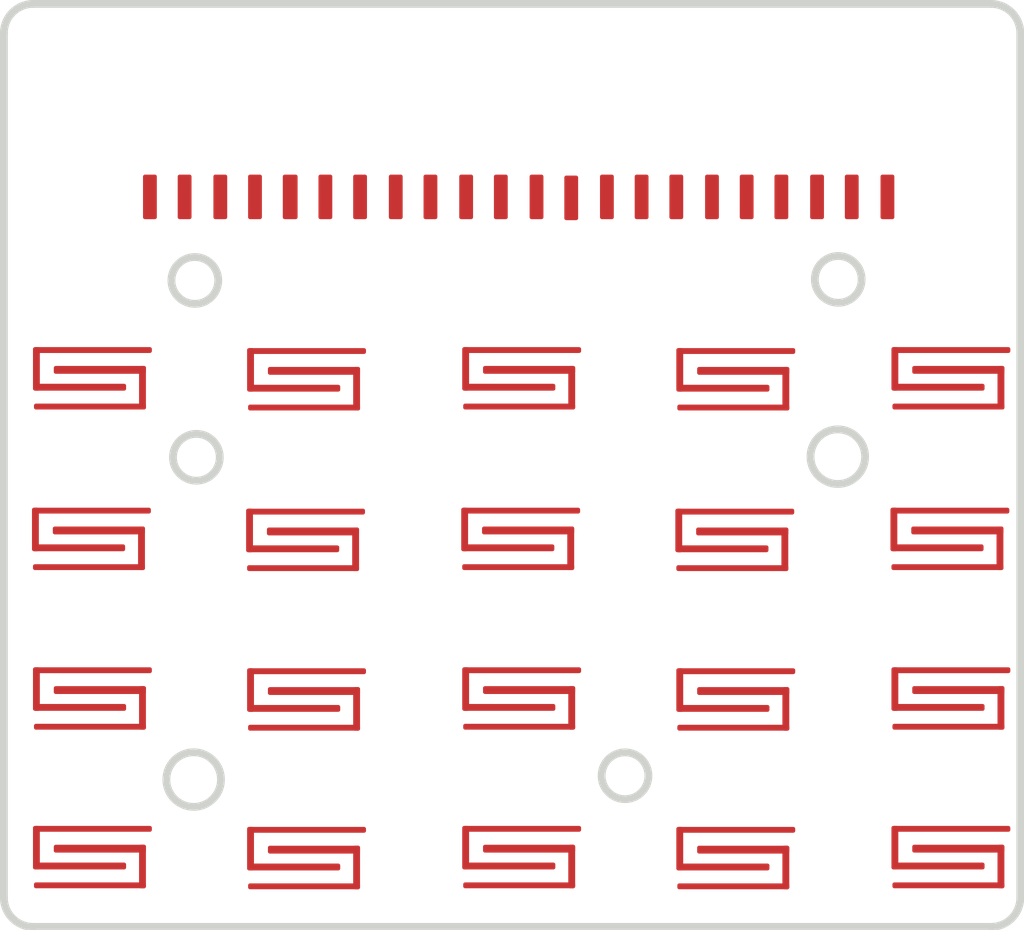
<source format=kicad_pcb>
(kicad_pcb (version 20171130) (host pcbnew "(5.1.10)-1")

  (general
    (thickness 1.6)
    (drawings 198)
    (tracks 0)
    (zones 0)
    (modules 0)
    (nets 1)
  )

  (page A4)
  (layers
    (0 F.Cu signal)
    (31 B.Cu signal)
    (32 B.Adhes user)
    (33 F.Adhes user)
    (34 B.Paste user)
    (35 F.Paste user)
    (36 B.SilkS user)
    (37 F.SilkS user)
    (38 B.Mask user)
    (39 F.Mask user)
    (40 Dwgs.User user)
    (41 Cmts.User user)
    (42 Eco1.User user)
    (43 Eco2.User user)
    (44 Edge.Cuts user)
    (45 Margin user)
    (46 B.CrtYd user)
    (47 F.CrtYd user)
    (48 B.Fab user)
    (49 F.Fab user)
  )

  (setup
    (last_trace_width 0.25)
    (trace_clearance 0.2)
    (zone_clearance 0.508)
    (zone_45_only no)
    (trace_min 0.2)
    (via_size 0.8)
    (via_drill 0.4)
    (via_min_size 0.4)
    (via_min_drill 0.3)
    (uvia_size 0.3)
    (uvia_drill 0.1)
    (uvias_allowed no)
    (uvia_min_size 0.2)
    (uvia_min_drill 0.1)
    (edge_width 0.05)
    (segment_width 0.2)
    (pcb_text_width 0.3)
    (pcb_text_size 1.5 1.5)
    (mod_edge_width 0.12)
    (mod_text_size 1 1)
    (mod_text_width 0.15)
    (pad_size 1.524 1.524)
    (pad_drill 0.762)
    (pad_to_mask_clearance 0)
    (aux_axis_origin 0 0)
    (visible_elements FFFFFF7F)
    (pcbplotparams
      (layerselection 0x010fc_ffffffff)
      (usegerberextensions false)
      (usegerberattributes true)
      (usegerberadvancedattributes true)
      (creategerberjobfile true)
      (excludeedgelayer true)
      (linewidth 0.100000)
      (plotframeref false)
      (viasonmask false)
      (mode 1)
      (useauxorigin false)
      (hpglpennumber 1)
      (hpglpenspeed 20)
      (hpglpendiameter 15.000000)
      (psnegative false)
      (psa4output false)
      (plotreference true)
      (plotvalue true)
      (plotinvisibletext false)
      (padsonsilk false)
      (subtractmaskfromsilk false)
      (outputformat 1)
      (mirror false)
      (drillshape 1)
      (scaleselection 1)
      (outputdirectory ""))
  )

  (net 0 "")

  (net_class Default "This is the default net class."
    (clearance 0.2)
    (trace_width 0.25)
    (via_dia 0.8)
    (via_drill 0.4)
    (uvia_dia 0.3)
    (uvia_drill 0.1)
  )

  (gr_poly (pts (xy 94.8944 111.2012) (xy 92.6338 111.2012) (xy 92.6338 111.125) (xy 94.8944 111.125)) (layer F.Cu) (width 0.1) (tstamp 60F38BE0))
  (gr_poly (pts (xy 81.6864 111.2012) (xy 81.6102 111.2012) (xy 81.6102 110.1852) (xy 81.6864 110.1852)) (layer F.Cu) (width 0.1) (tstamp 60F38BDF))
  (gr_poly (pts (xy 79.121 111.7346) (xy 76.073 111.7346) (xy 76.073 110.109) (xy 79.121 110.109)) (layer F.Mask) (width 0.1) (tstamp 60F38BDE))
  (gr_poly (pts (xy 79.0702 110.2106) (xy 76.1492 110.2106) (xy 76.1492 110.1598) (xy 79.0702 110.1598)) (layer F.Cu) (width 0.1) (tstamp 60F38BDD))
  (gr_poly (pts (xy 90.1192 111.7346) (xy 87.0712 111.7346) (xy 87.0712 110.109) (xy 90.1192 110.109)) (layer F.Mask) (width 0.1) (tstamp 60F38BDC))
  (gr_poly (pts (xy 84.4042 110.7694) (xy 82.1436 110.7694) (xy 82.1436 110.6678) (xy 84.4042 110.6678)) (layer F.Cu) (width 0.1) (tstamp 60F38BDB))
  (gr_poly (pts (xy 100.9142 110.744) (xy 98.6536 110.744) (xy 98.6536 110.6424) (xy 100.9142 110.6424)) (layer F.Cu) (width 0.1) (tstamp 60F38BDA))
  (gr_poly (pts (xy 78.9178 110.744) (xy 76.6572 110.744) (xy 76.6572 110.6424) (xy 78.9178 110.6424)) (layer F.Cu) (width 0.1) (tstamp 60F38BD9))
  (gr_poly (pts (xy 84.4042 111.6838) (xy 84.328 111.6838) (xy 84.328 110.6678) (xy 84.4042 110.6678)) (layer F.Cu) (width 0.1) (tstamp 60F38BD8))
  (gr_poly (pts (xy 89.916 110.744) (xy 87.6554 110.744) (xy 87.6554 110.6424) (xy 89.916 110.6424)) (layer F.Cu) (width 0.1) (tstamp 60F38BD7))
  (gr_poly (pts (xy 84.6074 111.7346) (xy 81.5594 111.7346) (xy 81.5594 110.109) (xy 84.6074 110.109)) (layer F.Mask) (width 0.1) (tstamp 60F38BD6))
  (gr_poly (pts (xy 78.4098 111.1758) (xy 76.1492 111.1758) (xy 76.1492 111.0996) (xy 78.4098 111.0996)) (layer F.Cu) (width 0.1) (tstamp 60F38BD5))
  (gr_poly (pts (xy 100.9142 111.6584) (xy 98.1456 111.6584) (xy 98.1456 111.6076) (xy 100.9142 111.6076)) (layer F.Cu) (width 0.1) (tstamp 60F38BD4))
  (gr_poly (pts (xy 90.0684 110.2106) (xy 87.1474 110.2106) (xy 87.1474 110.1598) (xy 90.0684 110.1598)) (layer F.Cu) (width 0.1) (tstamp 60F38BD3))
  (gr_poly (pts (xy 95.4024 111.6838) (xy 92.6338 111.6838) (xy 92.6338 111.633) (xy 95.4024 111.633)) (layer F.Cu) (width 0.1) (tstamp 60F38BD2))
  (gr_poly (pts (xy 87.1982 111.1758) (xy 87.122 111.1758) (xy 87.122 110.1598) (xy 87.1982 110.1598)) (layer F.Cu) (width 0.1) (tstamp 60F38BD1))
  (gr_poly (pts (xy 101.0666 110.2106) (xy 98.1456 110.2106) (xy 98.1456 110.1598) (xy 101.0666 110.1598)) (layer F.Cu) (width 0.1) (tstamp 60F38BD0))
  (gr_poly (pts (xy 78.9178 111.6584) (xy 76.1492 111.6584) (xy 76.1492 111.6076) (xy 78.9178 111.6076)) (layer F.Cu) (width 0.1) (tstamp 60F38BCF))
  (gr_poly (pts (xy 84.5566 110.236) (xy 81.6356 110.236) (xy 81.6356 110.1852) (xy 84.5566 110.1852)) (layer F.Cu) (width 0.1) (tstamp 60F38BCE))
  (gr_poly (pts (xy 83.8962 111.2012) (xy 81.6356 111.2012) (xy 81.6356 111.125) (xy 83.8962 111.125)) (layer F.Cu) (width 0.1) (tstamp 60F38BCD))
  (gr_poly (pts (xy 89.916 111.6584) (xy 87.1474 111.6584) (xy 87.1474 111.6076) (xy 89.916 111.6076)) (layer F.Cu) (width 0.1) (tstamp 60F38BCC))
  (gr_poly (pts (xy 76.2 111.1758) (xy 76.1238 111.1758) (xy 76.1238 110.1598) (xy 76.2 110.1598)) (layer F.Cu) (width 0.1) (tstamp 60F38BCB))
  (gr_poly (pts (xy 95.5548 110.236) (xy 92.6338 110.236) (xy 92.6338 110.1852) (xy 95.5548 110.1852)) (layer F.Cu) (width 0.1) (tstamp 60F38BCA))
  (gr_poly (pts (xy 92.6846 111.2012) (xy 92.6084 111.2012) (xy 92.6084 110.1852) (xy 92.6846 110.1852)) (layer F.Cu) (width 0.1) (tstamp 60F38BC9))
  (gr_poly (pts (xy 89.916 111.6584) (xy 89.8398 111.6584) (xy 89.8398 110.6424) (xy 89.916 110.6424)) (layer F.Cu) (width 0.1) (tstamp 60F38BC8))
  (gr_poly (pts (xy 101.1174 111.7346) (xy 98.0694 111.7346) (xy 98.0694 110.109) (xy 101.1174 110.109)) (layer F.Mask) (width 0.1) (tstamp 60F38BC7))
  (gr_poly (pts (xy 95.4024 110.7694) (xy 93.1418 110.7694) (xy 93.1418 110.6678) (xy 95.4024 110.6678)) (layer F.Cu) (width 0.1) (tstamp 60F38BC6))
  (gr_poly (pts (xy 78.9178 111.6584) (xy 78.8416 111.6584) (xy 78.8416 110.6424) (xy 78.9178 110.6424)) (layer F.Cu) (width 0.1) (tstamp 60F38BC5))
  (gr_poly (pts (xy 84.4042 111.6838) (xy 81.6356 111.6838) (xy 81.6356 111.633) (xy 84.4042 111.633)) (layer F.Cu) (width 0.1) (tstamp 60F38BC4))
  (gr_poly (pts (xy 89.408 111.1758) (xy 87.1474 111.1758) (xy 87.1474 111.0996) (xy 89.408 111.0996)) (layer F.Cu) (width 0.1) (tstamp 60F38BC3))
  (gr_poly (pts (xy 98.1964 111.1758) (xy 98.1202 111.1758) (xy 98.1202 110.1598) (xy 98.1964 110.1598)) (layer F.Cu) (width 0.1) (tstamp 60F38BC2))
  (gr_poly (pts (xy 100.4062 111.1758) (xy 98.1456 111.1758) (xy 98.1456 111.0996) (xy 100.4062 111.0996)) (layer F.Cu) (width 0.1) (tstamp 60F38BC1))
  (gr_poly (pts (xy 100.9142 111.6584) (xy 100.838 111.6584) (xy 100.838 110.6424) (xy 100.9142 110.6424)) (layer F.Cu) (width 0.1) (tstamp 60F38BC0))
  (gr_poly (pts (xy 95.6056 111.7346) (xy 92.5576 111.7346) (xy 92.5576 110.109) (xy 95.6056 110.109)) (layer F.Mask) (width 0.1) (tstamp 60F38BBF))
  (gr_poly (pts (xy 95.4024 111.6838) (xy 95.3262 111.6838) (xy 95.3262 110.6678) (xy 95.4024 110.6678)) (layer F.Cu) (width 0.1) (tstamp 60F38BBE))
  (gr_poly (pts (xy 94.8944 107.1372) (xy 92.6338 107.1372) (xy 92.6338 107.061) (xy 94.8944 107.061)) (layer F.Cu) (width 0.1) (tstamp 60F38B9A))
  (gr_poly (pts (xy 89.916 107.5944) (xy 87.1474 107.5944) (xy 87.1474 107.5436) (xy 89.916 107.5436)) (layer F.Cu) (width 0.1) (tstamp 60F38B99))
  (gr_poly (pts (xy 95.5548 106.172) (xy 92.6338 106.172) (xy 92.6338 106.1212) (xy 95.5548 106.1212)) (layer F.Cu) (width 0.1) (tstamp 60F38B98))
  (gr_poly (pts (xy 98.1964 107.1118) (xy 98.1202 107.1118) (xy 98.1202 106.0958) (xy 98.1964 106.0958)) (layer F.Cu) (width 0.1) (tstamp 60F38B97))
  (gr_poly (pts (xy 100.9142 107.5944) (xy 100.838 107.5944) (xy 100.838 106.5784) (xy 100.9142 106.5784)) (layer F.Cu) (width 0.1) (tstamp 60F38B96))
  (gr_poly (pts (xy 100.9142 107.5944) (xy 98.1456 107.5944) (xy 98.1456 107.5436) (xy 100.9142 107.5436)) (layer F.Cu) (width 0.1) (tstamp 60F38B95))
  (gr_poly (pts (xy 95.4024 107.6198) (xy 92.6338 107.6198) (xy 92.6338 107.569) (xy 95.4024 107.569)) (layer F.Cu) (width 0.1) (tstamp 60F38B94))
  (gr_poly (pts (xy 100.9142 106.68) (xy 98.6536 106.68) (xy 98.6536 106.5784) (xy 100.9142 106.5784)) (layer F.Cu) (width 0.1) (tstamp 60F38B93))
  (gr_poly (pts (xy 92.6846 107.1372) (xy 92.6084 107.1372) (xy 92.6084 106.1212) (xy 92.6846 106.1212)) (layer F.Cu) (width 0.1) (tstamp 60F38B92))
  (gr_poly (pts (xy 89.916 107.5944) (xy 89.8398 107.5944) (xy 89.8398 106.5784) (xy 89.916 106.5784)) (layer F.Cu) (width 0.1) (tstamp 60F38B91))
  (gr_poly (pts (xy 89.916 106.68) (xy 87.6554 106.68) (xy 87.6554 106.5784) (xy 89.916 106.5784)) (layer F.Cu) (width 0.1) (tstamp 60F38B90))
  (gr_poly (pts (xy 89.408 107.1118) (xy 87.1474 107.1118) (xy 87.1474 107.0356) (xy 89.408 107.0356)) (layer F.Cu) (width 0.1) (tstamp 60F38B8F))
  (gr_poly (pts (xy 87.1982 107.1118) (xy 87.122 107.1118) (xy 87.122 106.0958) (xy 87.1982 106.0958)) (layer F.Cu) (width 0.1) (tstamp 60F38B8E))
  (gr_poly (pts (xy 95.4024 106.7054) (xy 93.1418 106.7054) (xy 93.1418 106.6038) (xy 95.4024 106.6038)) (layer F.Cu) (width 0.1) (tstamp 60F38B8D))
  (gr_poly (pts (xy 101.0666 106.1466) (xy 98.1456 106.1466) (xy 98.1456 106.0958) (xy 101.0666 106.0958)) (layer F.Cu) (width 0.1) (tstamp 60F38B8C))
  (gr_poly (pts (xy 90.0684 106.1466) (xy 87.1474 106.1466) (xy 87.1474 106.0958) (xy 90.0684 106.0958)) (layer F.Cu) (width 0.1) (tstamp 60F38B8B))
  (gr_poly (pts (xy 100.4062 107.1118) (xy 98.1456 107.1118) (xy 98.1456 107.0356) (xy 100.4062 107.0356)) (layer F.Cu) (width 0.1) (tstamp 60F38B8A))
  (gr_poly (pts (xy 95.4024 107.6198) (xy 95.3262 107.6198) (xy 95.3262 106.6038) (xy 95.4024 106.6038)) (layer F.Cu) (width 0.1) (tstamp 60F38B89))
  (gr_poly (pts (xy 95.6056 107.6706) (xy 92.5576 107.6706) (xy 92.5576 106.045) (xy 95.6056 106.045)) (layer F.Mask) (width 0.1) (tstamp 60F38B88))
  (gr_poly (pts (xy 90.1192 107.6706) (xy 87.0712 107.6706) (xy 87.0712 106.045) (xy 90.1192 106.045)) (layer F.Mask) (width 0.1) (tstamp 60F38B87))
  (gr_poly (pts (xy 101.1174 107.6706) (xy 98.0694 107.6706) (xy 98.0694 106.045) (xy 101.1174 106.045)) (layer F.Mask) (width 0.1) (tstamp 60F38B86))
  (gr_poly (pts (xy 84.6074 107.6706) (xy 81.5594 107.6706) (xy 81.5594 106.045) (xy 84.6074 106.045)) (layer F.Mask) (width 0.1) (tstamp 60F38B85))
  (gr_poly (pts (xy 79.121 107.6706) (xy 76.073 107.6706) (xy 76.073 106.045) (xy 79.121 106.045)) (layer F.Mask) (width 0.1) (tstamp 60F38B84))
  (gr_poly (pts (xy 78.9178 107.5944) (xy 76.1492 107.5944) (xy 76.1492 107.5436) (xy 78.9178 107.5436)) (layer F.Cu) (width 0.1) (tstamp 60F38B83))
  (gr_poly (pts (xy 78.9178 107.5944) (xy 78.8416 107.5944) (xy 78.8416 106.5784) (xy 78.9178 106.5784)) (layer F.Cu) (width 0.1) (tstamp 60F38B82))
  (gr_poly (pts (xy 78.9178 106.68) (xy 76.6572 106.68) (xy 76.6572 106.5784) (xy 78.9178 106.5784)) (layer F.Cu) (width 0.1) (tstamp 60F38B81))
  (gr_poly (pts (xy 79.0702 106.1466) (xy 76.1492 106.1466) (xy 76.1492 106.0958) (xy 79.0702 106.0958)) (layer F.Cu) (width 0.1) (tstamp 60F38B80))
  (gr_poly (pts (xy 78.4098 107.1118) (xy 76.1492 107.1118) (xy 76.1492 107.0356) (xy 78.4098 107.0356)) (layer F.Cu) (width 0.1) (tstamp 60F38B7F))
  (gr_poly (pts (xy 76.2 107.1118) (xy 76.1238 107.1118) (xy 76.1238 106.0958) (xy 76.2 106.0958)) (layer F.Cu) (width 0.1) (tstamp 60F38B7E))
  (gr_poly (pts (xy 81.6864 107.1372) (xy 81.6102 107.1372) (xy 81.6102 106.1212) (xy 81.6864 106.1212)) (layer F.Cu) (width 0.1) (tstamp 60F38B7D))
  (gr_poly (pts (xy 84.5566 106.172) (xy 81.6356 106.172) (xy 81.6356 106.1212) (xy 84.5566 106.1212)) (layer F.Cu) (width 0.1) (tstamp 60F38B7C))
  (gr_poly (pts (xy 83.8962 107.1372) (xy 81.6356 107.1372) (xy 81.6356 107.061) (xy 83.8962 107.061)) (layer F.Cu) (width 0.1) (tstamp 60F38B7B))
  (gr_poly (pts (xy 84.4042 107.6198) (xy 84.328 107.6198) (xy 84.328 106.6038) (xy 84.4042 106.6038)) (layer F.Cu) (width 0.1) (tstamp 60F38B7A))
  (gr_poly (pts (xy 84.4042 107.6198) (xy 81.6356 107.6198) (xy 81.6356 107.569) (xy 84.4042 107.569)) (layer F.Cu) (width 0.1) (tstamp 60F38B79))
  (gr_poly (pts (xy 84.4042 106.7054) (xy 82.1436 106.7054) (xy 82.1436 106.6038) (xy 84.4042 106.6038)) (layer F.Cu) (width 0.1) (tstamp 60F38B78))
  (gr_poly (pts (xy 78.8924 103.505) (xy 76.1238 103.505) (xy 76.1238 103.4542) (xy 78.8924 103.4542)) (layer F.Cu) (width 0.1) (tstamp 60F38B23))
  (gr_poly (pts (xy 94.869 103.0478) (xy 92.6084 103.0478) (xy 92.6084 102.9716) (xy 94.869 102.9716)) (layer F.Cu) (width 0.1) (tstamp 60F38B3A))
  (gr_poly (pts (xy 89.8906 103.505) (xy 87.122 103.505) (xy 87.122 103.4542) (xy 89.8906 103.4542)) (layer F.Cu) (width 0.1) (tstamp 60F38B39))
  (gr_poly (pts (xy 95.5294 102.0826) (xy 92.6084 102.0826) (xy 92.6084 102.0318) (xy 95.5294 102.0318)) (layer F.Cu) (width 0.1) (tstamp 60F38B38))
  (gr_poly (pts (xy 98.171 103.0224) (xy 98.0948 103.0224) (xy 98.0948 102.0064) (xy 98.171 102.0064)) (layer F.Cu) (width 0.1) (tstamp 60F38B37))
  (gr_poly (pts (xy 100.8888 103.505) (xy 100.8126 103.505) (xy 100.8126 102.489) (xy 100.8888 102.489)) (layer F.Cu) (width 0.1) (tstamp 60F38B36))
  (gr_poly (pts (xy 100.8888 103.505) (xy 98.1202 103.505) (xy 98.1202 103.4542) (xy 100.8888 103.4542)) (layer F.Cu) (width 0.1) (tstamp 60F38B35))
  (gr_poly (pts (xy 95.377 103.5304) (xy 92.6084 103.5304) (xy 92.6084 103.4796) (xy 95.377 103.4796)) (layer F.Cu) (width 0.1) (tstamp 60F38B34))
  (gr_poly (pts (xy 100.8888 102.5906) (xy 98.6282 102.5906) (xy 98.6282 102.489) (xy 100.8888 102.489)) (layer F.Cu) (width 0.1) (tstamp 60F38B33))
  (gr_poly (pts (xy 92.6592 103.0478) (xy 92.583 103.0478) (xy 92.583 102.0318) (xy 92.6592 102.0318)) (layer F.Cu) (width 0.1) (tstamp 60F38B32))
  (gr_poly (pts (xy 89.8906 103.505) (xy 89.8144 103.505) (xy 89.8144 102.489) (xy 89.8906 102.489)) (layer F.Cu) (width 0.1) (tstamp 60F38B31))
  (gr_poly (pts (xy 89.8906 102.5906) (xy 87.63 102.5906) (xy 87.63 102.489) (xy 89.8906 102.489)) (layer F.Cu) (width 0.1) (tstamp 60F38B30))
  (gr_poly (pts (xy 89.3826 103.0224) (xy 87.122 103.0224) (xy 87.122 102.9462) (xy 89.3826 102.9462)) (layer F.Cu) (width 0.1) (tstamp 60F38B2F))
  (gr_poly (pts (xy 87.1728 103.0224) (xy 87.0966 103.0224) (xy 87.0966 102.0064) (xy 87.1728 102.0064)) (layer F.Cu) (width 0.1) (tstamp 60F38B2E))
  (gr_poly (pts (xy 95.377 102.616) (xy 93.1164 102.616) (xy 93.1164 102.5144) (xy 95.377 102.5144)) (layer F.Cu) (width 0.1) (tstamp 60F38B2D))
  (gr_poly (pts (xy 101.0412 102.0572) (xy 98.1202 102.0572) (xy 98.1202 102.0064) (xy 101.0412 102.0064)) (layer F.Cu) (width 0.1) (tstamp 60F38B2C))
  (gr_poly (pts (xy 90.043 102.0572) (xy 87.122 102.0572) (xy 87.122 102.0064) (xy 90.043 102.0064)) (layer F.Cu) (width 0.1) (tstamp 60F38B2B))
  (gr_poly (pts (xy 100.3808 103.0224) (xy 98.1202 103.0224) (xy 98.1202 102.9462) (xy 100.3808 102.9462)) (layer F.Cu) (width 0.1) (tstamp 60F38B2A))
  (gr_poly (pts (xy 95.377 103.5304) (xy 95.3008 103.5304) (xy 95.3008 102.5144) (xy 95.377 102.5144)) (layer F.Cu) (width 0.1) (tstamp 60F38B29))
  (gr_poly (pts (xy 95.5802 103.5812) (xy 92.5322 103.5812) (xy 92.5322 101.9556) (xy 95.5802 101.9556)) (layer F.Mask) (width 0.1) (tstamp 60F38B28))
  (gr_poly (pts (xy 90.0938 103.5812) (xy 87.0458 103.5812) (xy 87.0458 101.9556) (xy 90.0938 101.9556)) (layer F.Mask) (width 0.1) (tstamp 60F38B27))
  (gr_poly (pts (xy 101.092 103.5812) (xy 98.044 103.5812) (xy 98.044 101.9556) (xy 101.092 101.9556)) (layer F.Mask) (width 0.1) (tstamp 60F38B26))
  (gr_poly (pts (xy 84.582 103.5812) (xy 81.534 103.5812) (xy 81.534 101.9556) (xy 84.582 101.9556)) (layer F.Mask) (width 0.1) (tstamp 60F38B25))
  (gr_poly (pts (xy 79.0956 103.5812) (xy 76.0476 103.5812) (xy 76.0476 101.9556) (xy 79.0956 101.9556)) (layer F.Mask) (width 0.1) (tstamp 60F38B24))
  (gr_poly (pts (xy 78.8924 103.505) (xy 78.8162 103.505) (xy 78.8162 102.489) (xy 78.8924 102.489)) (layer F.Cu) (width 0.1) (tstamp 60F38B22))
  (gr_poly (pts (xy 78.8924 102.5906) (xy 76.6318 102.5906) (xy 76.6318 102.489) (xy 78.8924 102.489)) (layer F.Cu) (width 0.1) (tstamp 60F38B21))
  (gr_poly (pts (xy 79.0448 102.0572) (xy 76.1238 102.0572) (xy 76.1238 102.0064) (xy 79.0448 102.0064)) (layer F.Cu) (width 0.1) (tstamp 60F38B20))
  (gr_poly (pts (xy 78.3844 103.0224) (xy 76.1238 103.0224) (xy 76.1238 102.9462) (xy 78.3844 102.9462)) (layer F.Cu) (width 0.1) (tstamp 60F38B1F))
  (gr_poly (pts (xy 76.1746 103.0224) (xy 76.0984 103.0224) (xy 76.0984 102.0064) (xy 76.1746 102.0064)) (layer F.Cu) (width 0.1) (tstamp 60F38B1E))
  (gr_poly (pts (xy 81.661 103.0478) (xy 81.5848 103.0478) (xy 81.5848 102.0318) (xy 81.661 102.0318)) (layer F.Cu) (width 0.1) (tstamp 60F38B1D))
  (gr_poly (pts (xy 84.5312 102.0826) (xy 81.6102 102.0826) (xy 81.6102 102.0318) (xy 84.5312 102.0318)) (layer F.Cu) (width 0.1) (tstamp 60F38B1C))
  (gr_poly (pts (xy 83.8708 103.0478) (xy 81.6102 103.0478) (xy 81.6102 102.9716) (xy 83.8708 102.9716)) (layer F.Cu) (width 0.1) (tstamp 60F38B1B))
  (gr_poly (pts (xy 84.3788 103.5304) (xy 84.3026 103.5304) (xy 84.3026 102.5144) (xy 84.3788 102.5144)) (layer F.Cu) (width 0.1) (tstamp 60F38B1A))
  (gr_poly (pts (xy 84.3788 103.5304) (xy 81.6102 103.5304) (xy 81.6102 103.4796) (xy 84.3788 103.4796)) (layer F.Cu) (width 0.1) (tstamp 60F38B19))
  (gr_poly (pts (xy 84.3788 102.616) (xy 82.1182 102.616) (xy 82.1182 102.5144) (xy 84.3788 102.5144)) (layer F.Cu) (width 0.1) (tstamp 60F38B18))
  (gr_poly (pts (xy 101.1174 99.4664) (xy 98.0694 99.4664) (xy 98.0694 97.8408) (xy 101.1174 97.8408)) (layer F.Mask) (width 0.1) (tstamp 60F38AA4))
  (gr_poly (pts (xy 95.6056 99.4664) (xy 92.5576 99.4664) (xy 92.5576 97.8408) (xy 95.6056 97.8408)) (layer F.Mask) (width 0.1) (tstamp 60F38A9D))
  (gr_poly (pts (xy 90.1192 99.4664) (xy 87.0712 99.4664) (xy 87.0712 97.8408) (xy 90.1192 97.8408)) (layer F.Mask) (width 0.1) (tstamp 60F38A96))
  (gr_poly (pts (xy 84.6074 99.4664) (xy 81.5594 99.4664) (xy 81.5594 97.8408) (xy 84.6074 97.8408)) (layer F.Mask) (width 0.1) (tstamp 60F38A92))
  (gr_poly (pts (xy 79.121 99.4664) (xy 76.073 99.4664) (xy 76.073 97.8408) (xy 79.121 97.8408)) (layer F.Mask) (width 0.1))
  (gr_circle (center 80.191228 108.922566) (end 80.891228 108.922566) (layer Edge.Cuts) (width 0.2))
  (gr_circle (center 91.24384 108.824896) (end 91.84384 108.824896) (layer Edge.Cuts) (width 0.2))
  (gr_poly (pts (xy 98.1456 94.5642) (xy 97.79 94.5642) (xy 97.79 93.4212) (xy 98.1456 93.4212)) (layer F.Mask) (width 0.1) (tstamp 60F38A70))
  (gr_poly (pts (xy 94.5388 94.5642) (xy 94.1832 94.5642) (xy 94.1832 93.4212) (xy 94.5388 93.4212)) (layer F.Mask) (width 0.1) (tstamp 60F38A67))
  (gr_poly (pts (xy 95.4278 94.5642) (xy 95.0722 94.5642) (xy 95.0722 93.4212) (xy 95.4278 93.4212)) (layer F.Mask) (width 0.1) (tstamp 60F38A66))
  (gr_poly (pts (xy 96.3422 94.5642) (xy 95.9866 94.5642) (xy 95.9866 93.4212) (xy 96.3422 93.4212)) (layer F.Mask) (width 0.1) (tstamp 60F38A65))
  (gr_poly (pts (xy 97.2312 94.5642) (xy 96.8756 94.5642) (xy 96.8756 93.4212) (xy 97.2312 93.4212)) (layer F.Mask) (width 0.1) (tstamp 60F38A64))
  (gr_poly (pts (xy 93.6498 94.5642) (xy 93.2942 94.5642) (xy 93.2942 93.4212) (xy 93.6498 93.4212)) (layer F.Mask) (width 0.1) (tstamp 60F38A63))
  (gr_poly (pts (xy 90.9574 94.5642) (xy 90.6018 94.5642) (xy 90.6018 93.4212) (xy 90.9574 93.4212)) (layer F.Mask) (width 0.1) (tstamp 60F38A4A))
  (gr_poly (pts (xy 92.7354 94.5642) (xy 92.3798 94.5642) (xy 92.3798 93.4212) (xy 92.7354 93.4212)) (layer F.Mask) (width 0.1) (tstamp 60F38A49))
  (gr_poly (pts (xy 91.8464 94.5642) (xy 91.4908 94.5642) (xy 91.4908 93.4212) (xy 91.8464 93.4212)) (layer F.Mask) (width 0.1) (tstamp 60F38A48))
  (gr_poly (pts (xy 89.154 94.5642) (xy 88.7984 94.5642) (xy 88.7984 93.4212) (xy 89.154 93.4212)) (layer F.Mask) (width 0.1) (tstamp 60F38A47))
  (gr_poly (pts (xy 88.2396 94.5642) (xy 87.884 94.5642) (xy 87.884 93.4212) (xy 88.2396 93.4212)) (layer F.Mask) (width 0.1) (tstamp 60F38A46))
  (gr_poly (pts (xy 87.3506 94.5642) (xy 86.995 94.5642) (xy 86.995 93.4212) (xy 87.3506 93.4212)) (layer F.Mask) (width 0.1) (tstamp 60F38A45))
  (gr_poly (pts (xy 86.4362 94.5642) (xy 86.0806 94.5642) (xy 86.0806 93.4212) (xy 86.4362 93.4212)) (layer F.Mask) (width 0.1) (tstamp 60F38A44))
  (gr_poly (pts (xy 90.043 94.5642) (xy 89.6874 94.5642) (xy 89.6874 93.4212) (xy 90.043 93.4212)) (layer F.Mask) (width 0.1) (tstamp 60F38A43))
  (gr_poly (pts (xy 85.5472 94.5642) (xy 85.1916 94.5642) (xy 85.1916 93.4212) (xy 85.5472 93.4212)) (layer F.Mask) (width 0.1) (tstamp 60F38A38))
  (gr_poly (pts (xy 84.6328 94.5642) (xy 84.2772 94.5642) (xy 84.2772 93.4212) (xy 84.6328 93.4212)) (layer F.Mask) (width 0.1) (tstamp 60F38A36))
  (gr_poly (pts (xy 83.7438 94.5642) (xy 83.3882 94.5642) (xy 83.3882 93.4212) (xy 83.7438 93.4212)) (layer F.Mask) (width 0.1) (tstamp 60F38A32))
  (gr_poly (pts (xy 82.8548 94.5642) (xy 82.4992 94.5642) (xy 82.4992 93.4212) (xy 82.8548 93.4212)) (layer F.Mask) (width 0.1) (tstamp 60F38A30))
  (gr_poly (pts (xy 81.9404 94.5642) (xy 81.5848 94.5642) (xy 81.5848 93.4212) (xy 81.9404 93.4212)) (layer F.Mask) (width 0.1) (tstamp 60F38A2E))
  (gr_poly (pts (xy 81.0514 94.5642) (xy 80.6958 94.5642) (xy 80.6958 93.4212) (xy 81.0514 93.4212)) (layer F.Mask) (width 0.1) (tstamp 60F38A2A))
  (gr_poly (pts (xy 80.137 94.5642) (xy 79.7814 94.5642) (xy 79.7814 93.4212) (xy 80.137 93.4212)) (layer F.Mask) (width 0.1) (tstamp 60F38A25))
  (gr_poly (pts (xy 79.248 94.5642) (xy 78.8924 94.5642) (xy 78.8924 93.4212) (xy 79.248 93.4212)) (layer F.Mask) (width 0.1))
  (gr_poly (pts (xy 98.1964 98.9076) (xy 98.1202 98.9076) (xy 98.1202 97.8916) (xy 98.1964 97.8916)) (layer F.Cu) (width 0.1) (tstamp 60F388C7))
  (gr_poly (pts (xy 101.0666 97.9424) (xy 98.1456 97.9424) (xy 98.1456 97.8916) (xy 101.0666 97.8916)) (layer F.Cu) (width 0.1) (tstamp 60F388C6))
  (gr_poly (pts (xy 100.4062 98.9076) (xy 98.1456 98.9076) (xy 98.1456 98.8314) (xy 100.4062 98.8314)) (layer F.Cu) (width 0.1) (tstamp 60F388C5))
  (gr_poly (pts (xy 100.9142 99.3902) (xy 100.838 99.3902) (xy 100.838 98.3742) (xy 100.9142 98.3742)) (layer F.Cu) (width 0.1) (tstamp 60F388C4))
  (gr_poly (pts (xy 100.9142 99.3902) (xy 98.1456 99.3902) (xy 98.1456 99.3394) (xy 100.9142 99.3394)) (layer F.Cu) (width 0.1) (tstamp 60F388C3))
  (gr_poly (pts (xy 100.9142 98.4758) (xy 98.6536 98.4758) (xy 98.6536 98.3742) (xy 100.9142 98.3742)) (layer F.Cu) (width 0.1) (tstamp 60F388C2))
  (gr_poly (pts (xy 89.916 99.3902) (xy 87.1474 99.3902) (xy 87.1474 99.3394) (xy 89.916 99.3394)) (layer F.Cu) (width 0.1) (tstamp 60F388B5))
  (gr_poly (pts (xy 89.916 99.3902) (xy 89.8398 99.3902) (xy 89.8398 98.3742) (xy 89.916 98.3742)) (layer F.Cu) (width 0.1) (tstamp 60F388B4))
  (gr_poly (pts (xy 89.916 98.4758) (xy 87.6554 98.4758) (xy 87.6554 98.3742) (xy 89.916 98.3742)) (layer F.Cu) (width 0.1) (tstamp 60F388B3))
  (gr_poly (pts (xy 90.0684 97.9424) (xy 87.1474 97.9424) (xy 87.1474 97.8916) (xy 90.0684 97.8916)) (layer F.Cu) (width 0.1) (tstamp 60F388B2))
  (gr_poly (pts (xy 89.408 98.9076) (xy 87.1474 98.9076) (xy 87.1474 98.8314) (xy 89.408 98.8314)) (layer F.Cu) (width 0.1) (tstamp 60F388B1))
  (gr_poly (pts (xy 87.1982 98.9076) (xy 87.122 98.9076) (xy 87.122 97.8916) (xy 87.1982 97.8916)) (layer F.Cu) (width 0.1) (tstamp 60F388B0))
  (gr_poly (pts (xy 92.6846 98.933) (xy 92.6084 98.933) (xy 92.6084 97.917) (xy 92.6846 97.917)) (layer F.Cu) (width 0.1) (tstamp 60F388AF))
  (gr_poly (pts (xy 95.5548 97.9678) (xy 92.6338 97.9678) (xy 92.6338 97.917) (xy 95.5548 97.917)) (layer F.Cu) (width 0.1) (tstamp 60F388AE))
  (gr_poly (pts (xy 94.8944 98.933) (xy 92.6338 98.933) (xy 92.6338 98.8568) (xy 94.8944 98.8568)) (layer F.Cu) (width 0.1) (tstamp 60F388AD))
  (gr_poly (pts (xy 95.4024 99.4156) (xy 95.3262 99.4156) (xy 95.3262 98.3996) (xy 95.4024 98.3996)) (layer F.Cu) (width 0.1) (tstamp 60F388AC))
  (gr_poly (pts (xy 95.4024 99.4156) (xy 92.6338 99.4156) (xy 92.6338 99.3648) (xy 95.4024 99.3648)) (layer F.Cu) (width 0.1) (tstamp 60F388AB))
  (gr_poly (pts (xy 95.4024 98.5012) (xy 93.1418 98.5012) (xy 93.1418 98.3996) (xy 95.4024 98.3996)) (layer F.Cu) (width 0.1) (tstamp 60F388AA))
  (gr_poly (pts (xy 84.4042 99.4156) (xy 81.6356 99.4156) (xy 81.6356 99.3648) (xy 84.4042 99.3648)) (layer F.Cu) (width 0.1) (tstamp 60F3888F))
  (gr_poly (pts (xy 84.4042 99.4156) (xy 84.328 99.4156) (xy 84.328 98.3996) (xy 84.4042 98.3996)) (layer F.Cu) (width 0.1) (tstamp 60F3888E))
  (gr_poly (pts (xy 84.4042 98.5012) (xy 82.1436 98.5012) (xy 82.1436 98.3996) (xy 84.4042 98.3996)) (layer F.Cu) (width 0.1) (tstamp 60F3888D))
  (gr_poly (pts (xy 84.5566 97.9678) (xy 81.6356 97.9678) (xy 81.6356 97.917) (xy 84.5566 97.917)) (layer F.Cu) (width 0.1) (tstamp 60F3888C))
  (gr_poly (pts (xy 83.8962 98.933) (xy 81.6356 98.933) (xy 81.6356 98.8568) (xy 83.8962 98.8568)) (layer F.Cu) (width 0.1) (tstamp 60F3888B))
  (gr_poly (pts (xy 81.6864 98.933) (xy 81.6102 98.933) (xy 81.6102 97.917) (xy 81.6864 97.917)) (layer F.Cu) (width 0.1) (tstamp 60F3888A))
  (gr_poly (pts (xy 78.9178 99.3902) (xy 76.1492 99.3902) (xy 76.1492 99.3394) (xy 78.9178 99.3394)) (layer F.Cu) (width 0.1))
  (gr_poly (pts (xy 78.9178 99.3902) (xy 78.8416 99.3902) (xy 78.8416 98.3742) (xy 78.9178 98.3742)) (layer F.Cu) (width 0.1))
  (gr_poly (pts (xy 78.9178 98.4758) (xy 76.6572 98.4758) (xy 76.6572 98.3742) (xy 78.9178 98.3742)) (layer F.Cu) (width 0.1))
  (gr_poly (pts (xy 78.4098 98.9076) (xy 76.1492 98.9076) (xy 76.1492 98.8314) (xy 78.4098 98.8314)) (layer F.Cu) (width 0.1))
  (gr_poly (pts (xy 76.2 98.9076) (xy 76.1238 98.9076) (xy 76.1238 97.8916) (xy 76.2 97.8916)) (layer F.Cu) (width 0.1))
  (gr_poly (pts (xy 79.0702 97.9424) (xy 76.1492 97.9424) (xy 76.1492 97.8916) (xy 79.0702 97.8916)) (layer F.Cu) (width 0.1))
  (gr_poly (pts (xy 98.0948 94.5134) (xy 97.8408 94.5134) (xy 97.8408 93.472) (xy 98.0948 93.472)) (layer F.Cu) (width 0.1) (tstamp 60F3885B))
  (gr_poly (pts (xy 97.1804 94.5134) (xy 96.9264 94.5134) (xy 96.9264 93.472) (xy 97.1804 93.472)) (layer F.Cu) (width 0.1) (tstamp 60F38858))
  (gr_poly (pts (xy 96.2914 94.5134) (xy 96.0374 94.5134) (xy 96.0374 93.472) (xy 96.2914 93.472)) (layer F.Cu) (width 0.1) (tstamp 60F38856))
  (gr_poly (pts (xy 95.377 94.5134) (xy 95.123 94.5134) (xy 95.123 93.472) (xy 95.377 93.472)) (layer F.Cu) (width 0.1) (tstamp 60F38854))
  (gr_poly (pts (xy 94.488 94.5134) (xy 94.234 94.5134) (xy 94.234 93.472) (xy 94.488 93.472)) (layer F.Cu) (width 0.1) (tstamp 60F3884E))
  (gr_poly (pts (xy 93.599 94.5134) (xy 93.345 94.5134) (xy 93.345 93.472) (xy 93.599 93.472)) (layer F.Cu) (width 0.1) (tstamp 60F3884C))
  (gr_poly (pts (xy 92.6846 94.5134) (xy 92.4306 94.5134) (xy 92.4306 93.472) (xy 92.6846 93.472)) (layer F.Cu) (width 0.1) (tstamp 60F3884A))
  (gr_poly (pts (xy 91.7956 94.5134) (xy 91.5416 94.5134) (xy 91.5416 93.472) (xy 91.7956 93.472)) (layer F.Cu) (width 0.1) (tstamp 60F38848))
  (gr_poly (pts (xy 90.9066 94.5134) (xy 90.6526 94.5134) (xy 90.6526 93.472) (xy 90.9066 93.472)) (layer F.Cu) (width 0.1) (tstamp 60F38846))
  (gr_poly (pts (xy 89.9922 94.5388) (xy 89.7382 94.5388) (xy 89.7382 93.4974) (xy 89.9922 93.4974)) (layer F.Cu) (width 0.1) (tstamp 60F38844))
  (gr_poly (pts (xy 89.1032 94.5134) (xy 88.8492 94.5134) (xy 88.8492 93.472) (xy 89.1032 93.472)) (layer F.Cu) (width 0.1) (tstamp 60F38842))
  (gr_poly (pts (xy 88.1888 94.5134) (xy 87.9348 94.5134) (xy 87.9348 93.472) (xy 88.1888 93.472)) (layer F.Cu) (width 0.1))
  (gr_poly (pts (xy 87.2998 94.5134) (xy 87.0458 94.5134) (xy 87.0458 93.472) (xy 87.2998 93.472)) (layer F.Cu) (width 0.1))
  (gr_poly (pts (xy 86.3854 94.5134) (xy 86.1314 94.5134) (xy 86.1314 93.472) (xy 86.3854 93.472)) (layer F.Cu) (width 0.1))
  (gr_poly (pts (xy 85.4964 94.5134) (xy 85.2424 94.5134) (xy 85.2424 93.472) (xy 85.4964 93.472)) (layer F.Cu) (width 0.1))
  (gr_poly (pts (xy 84.582 94.5134) (xy 84.328 94.5134) (xy 84.328 93.472) (xy 84.582 93.472)) (layer F.Cu) (width 0.1))
  (gr_poly (pts (xy 83.693 94.5134) (xy 83.439 94.5134) (xy 83.439 93.472) (xy 83.693 93.472)) (layer F.Cu) (width 0.1))
  (gr_poly (pts (xy 82.804 94.5134) (xy 82.5246 94.5134) (xy 82.5246 93.472) (xy 82.804 93.472)) (layer F.Cu) (width 0.1))
  (gr_poly (pts (xy 81.8896 94.5134) (xy 81.6356 94.5134) (xy 81.6356 93.472) (xy 81.8896 93.472)) (layer F.Cu) (width 0.1))
  (gr_poly (pts (xy 81.0006 94.5134) (xy 80.7466 94.5134) (xy 80.7466 93.472) (xy 81.0006 93.472)) (layer F.Cu) (width 0.1))
  (gr_poly (pts (xy 80.0862 94.5134) (xy 79.8322 94.5134) (xy 79.8322 93.472) (xy 80.0862 93.472)) (layer F.Cu) (width 0.1))
  (gr_poly (pts (xy 79.1972 94.5134) (xy 78.9432 94.5134) (xy 78.9432 93.472) (xy 79.1972 93.472)) (layer F.Cu) (width 0.1))
  (gr_arc (start 76.078729 111.94695) (end 75.328729 111.94695) (angle -90) (layer Edge.Cuts) (width 0.2))
  (gr_arc (start 100.622244 89.79772) (end 101.372244 89.79772) (angle -90) (layer Edge.Cuts) (width 0.2))
  (gr_line (start 75.328729 111.94695) (end 75.328729 89.79772) (layer Edge.Cuts) (width 0.2))
  (gr_line (start 100.622244 112.69695) (end 76.078729 112.69695) (layer Edge.Cuts) (width 0.2))
  (gr_line (start 101.372244 111.94695) (end 101.372244 89.79772) (layer Edge.Cuts) (width 0.2))
  (gr_arc (start 100.622244 111.94695) (end 100.622244 112.69695) (angle -90) (layer Edge.Cuts) (width 0.2))
  (gr_arc (start 76.078729 89.79772) (end 76.078729 89.04772) (angle -90) (layer Edge.Cuts) (width 0.2))
  (gr_line (start 100.622244 89.04772) (end 76.078729 89.04772) (layer Edge.Cuts) (width 0.2))
  (gr_circle (center 80.221364 96.133525) (end 80.821364 96.133525) (layer Edge.Cuts) (width 0.2))
  (gr_circle (center 80.260493 100.665044) (end 80.860493 100.665044) (layer Edge.Cuts) (width 0.2))
  (gr_circle (center 96.707079 96.106355) (end 97.307079 96.106355) (layer Edge.Cuts) (width 0.2))
  (gr_circle (center 96.696159 100.64894) (end 97.396159 100.64894) (layer Edge.Cuts) (width 0.2))

)

</source>
